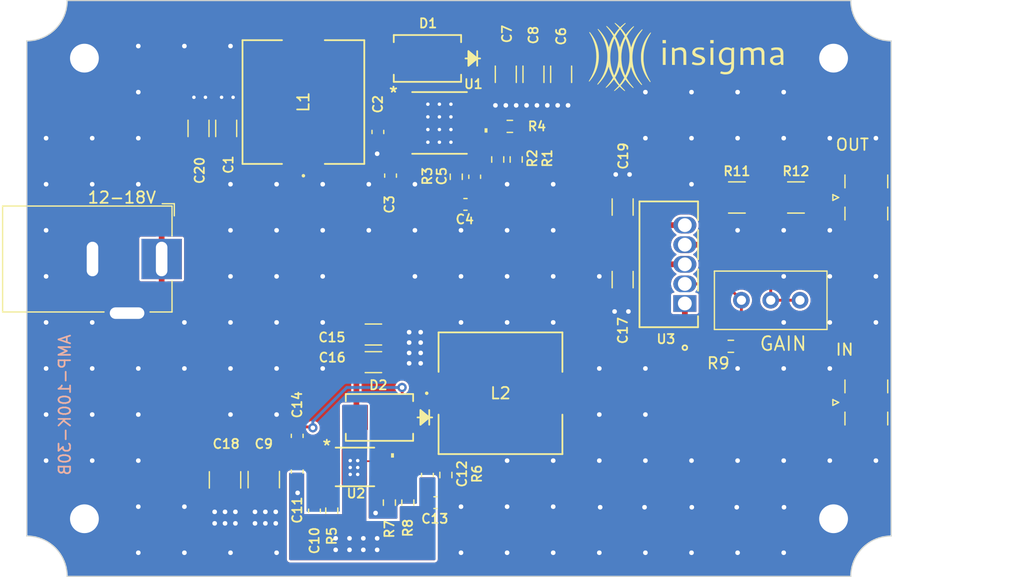
<source format=kicad_pcb>
(kicad_pcb (version 20240108) (generator "pcbnew") (generator_version "8.0")
  (layers (0 "F.Cu" signal) (31 "B.Cu" signal) (34 "B.Paste" user) (35 "F.Paste" user) (36 "B.SilkS" user "B.Silkscreen") (37 "F.SilkS" user "F.Silkscreen") (38 "B.Mask" user) (39 "F.Mask" user) (44 "Edge.Cuts" user))
  (net 0 "")
  (net 1 "VCC")
  (net 2 "GND")
  (net 3 "+30V")
  (net 4 "-30V")
  (net 5 "/FB+")
  (net 6 "/SW")
  (net 7 "/FB-")
  (net 10 "/COMP+")
  (net 11 "/COMP-")
  (net 12 "Net-(U2-BOOT)")
  (net 13 "/PH")
  (net 14 "Net-(U2-SS{slash}TR)")
  (net 15 "Net-(U2-RT{slash}CLK)")
  (net 16 "/VIN")
  (net 17 "/Vfb")
  (net 18 "/Vo")
  (net 19 "Net-(U1-SS)")
  (net 20 "Net-(C4-Pad1)")
  (net 21 "Net-(U1-FREQ)")
  (net 23 "Net-(C13-Pad1)")
  (net 24 "/VOUT")
  (net 25 "Net-(R11-Pad2)")
  (footprint "Resistor_SMD:R_0603_1608Metric" (layer "F.Cu") (at 57.4625 28.8 -90)
    (property "Reference" "R1")
    (property "Value" "232k")
  )
  (footprint "TPS54260:DGQ10_1P88X1P57" (layer "F.Cu") (at 43.473601 55.5)
    (property "Reference" "U2")
    (property "Value" "TPS54260DGQ")
  )
  (footprint "Capacitor_SMD:C_1206_3216Metric" (layer "F.Cu") (at 58.9625 21.4 -90)
    (property "Reference" "C8")
    (property "Value" "10u")
  )
  (footprint "Capacitor_SMD:C_1206_3216Metric" (layer "F.Cu") (at 61.3625 21.4 -90)
    (property "Reference" "C6")
    (property "Value" "10u")
  )
  (footprint "OPA544T:KC5" (layer "F.Cu") (at 72.097 41.3072 90)
    (property "Reference" "U3")
    (property "Value" "OPA544T")
  )
  (footprint "Resistor_SMD:R_0603_1608Metric" (layer "F.Cu") (at 56.9125 25.925 180)
    (property "Reference" "R4")
    (property "Value" "59k")
  )
  (footprint "SSB44:DIODE_DO214AA_MBRS_VIS" (layer "F.Cu") (at 45.6 51.200001 180)
    (property "Reference" "D2")
    (property "Value" "SS26-E3/52T")
  )
  (footprint "Resistor_SMD:R_1210_3225Metric" (layer "F.Cu") (at 76.6125 32.1)
    (property "Reference" "R11")
    (property "Value" "RC1210JR-074R7L")
  )
  (footprint "Capacitor_SMD:C_1206_3216Metric" (layer "F.Cu") (at 56.5625 21.4 -90)
    (property "Reference" "C7")
    (property "Value" "10u")
  )
  (footprint "Capacitor_SMD:C_0603_1608Metric" (layer "F.Cu") (at 49.7625 56.2 -90)
    (property "Reference" "C12")
    (property "Value" "2n2")
  )
  (footprint "MountingHole:MountingHole_2.5mm_Pad" (layer "F.Cu") (at 20 20)
    (property "Reference" "H1" (hide yes))
    (property "Value" "MountingHole_Pad")
  )
  (footprint "Resistor_SMD:R_0603_1608Metric" (layer "F.Cu") (at 76.0875 45.0225)
    (property "Reference" "R9")
    (property "Value" "10k")
  )
  (footprint "Capacitor_SMD:C_0603_1608Metric" (layer "F.Cu") (at 39.9625 59.3 -90)
    (property "Reference" "C10")
    (property "Value" "150n")
  )
  (footprint "Capacitor_SMD:C_1206_3216Metric" (layer "F.Cu") (at 29.9 26.1 90)
    (property "Reference" "C20")
    (property "Value" "10u")
  )
  (footprint "insigma:insigma_logo_30mm" (layer "F.Cu") (at 72.4 19.9)
    (property "Reference" "G***" (hide yes))
    (property "Value" "LOGO" (hide yes))
  )
  (footprint "Connector_BarrelJack:BarrelJack_Horizontal" (layer "F.Cu") (at 26.7 37.4425)
    (property "Reference" "J1" (hide yes))
    (property "Value" "XDJK-0051-025")
  )
  (footprint "Resistor_SMD:R_0603_1608Metric" (layer "F.Cu") (at 48.0625 58.6 90)
    (property "Reference" "R8")
    (property "Value" "10k")
  )
  (footprint "TPS55340:PWP14" (layer "F.Cu") (at 50.8125 25.625)
    (property "Reference" "U1")
    (property "Value" "TPS55340PWP")
  )
  (footprint "Capacitor_SMD:C_0603_1608Metric" (layer "F.Cu") (at 53.8625 30.3 -90)
    (property "Reference" "C5")
    (property "Value" "1n")
  )
  (footprint "Capacitor_SMD:C_1206_3216Metric" (layer "F.Cu") (at 45.075 46.4 180)
    (property "Reference" "C16")
    (property "Value" "10u")
  )
  (footprint "Capacitor_SMD:C_1210_3225Metric" (layer "F.Cu") (at 32.2 56.625 -90)
    (property "Reference" "C18")
    (property "Value" "22u")
  )
  (footprint "Resistor_SMD:R_0603_1608Metric" (layer "F.Cu") (at 55.8625 28.8 90)
    (property "Reference" "R2")
    (property "Value" "10k")
  )
  (footprint "Capacitor_SMD:C_0603_1608Metric" (layer "F.Cu") (at 38.4625 52.8 90)
    (property "Reference" "C14")
    (property "Value" "100n")
  )
  (footprint "SSB44:DIODE_DO214AA_MBRS_VIS" (layer "F.Cu") (at 49.7625 20.025 180)
    (property "Reference" "D1")
    (property "Value" "SS26-E3/52T")
  )
  (footprint "Resistor_SMD:R_0603_1608Metric" (layer "F.Cu") (at 46.4625 58.6 -90)
    (property "Reference" "R7")
    (property "Value" "365k")
  )
  (footprint "Capacitor_SMD:C_1206_3216Metric" (layer "F.Cu") (at 45.075 44 180)
    (property "Reference" "C15")
    (property "Value" "10u")
  )
  (footprint "Capacitor_SMD:C_1210_3225Metric" (layer "F.Cu") (at 35.5625 56.6 -90)
    (property "Reference" "C9")
    (property "Value" "22u")
  )
  (footprint "744771:IND_1050P-WE-PD_WRE" (layer "F.Cu") (at 56.1 49.1)
    (property "Reference" "L2")
    (property "Value" "68u")
  )
  (footprint "Capacitor_SMD:C_0603_1608Metric" (layer "F.Cu") (at 53.0625 32.7)
    (property "Reference" "C4")
    (property "Value" "680n")
  )
  (footprint "744771:IND_1050P-WE-PD_WRE" (layer "F.Cu") (at 39 23.81105 90)
    (property "Reference" "L1")
    (property "Value" "68u")
  )
  (footprint "Capacitor_SMD:C_1206_3216Metric" (layer "F.Cu") (at 66.7 39.2307 90)
    (property "Reference" "C17")
    (property "Value" "100n")
  )
  (footprint "MountingHole:MountingHole_2.5mm_Pad" (layer "F.Cu") (at 85 20)
    (property "Reference" "H2" (hide yes))
    (property "Value" "MountingHole_Pad")
  )
  (footprint "Potentiometer_THT:Potentiometer_Bourns_3296W_Vertical" (layer "F.Cu") (at 82.0875 41.0225)
    (property "Reference" "RV1" (hide yes))
    (property "Value" "3296W-1-503")
  )
  (footprint "Resistor_SMD:R_0603_1608Metric" (layer "F.Cu") (at 52.2625 30.3 90)
    (property "Reference" "R3")
    (property "Value" "400")
  )
  (footprint "Capacitor_SMD:C_0603_1608Metric" (layer "F.Cu") (at 50.4625 58.6 180)
    (property "Reference" "C13")
    (property "Value" "150n")
  )
  (footprint "Connector_Coaxial:SMA_Samtec_SMA-J-P-X-ST-EM1_EdgeMount" (layer "F.Cu") (at 87.7 32.1 90)
    (property "Reference" "J3" (hide yes))
    (property "Value" "SMA")
  )
  (footprint "Capacitor_SMD:C_0603_1608Metric" (layer "F.Cu") (at 46.5625 30.2 -90)
    (property "Reference" "C3")
    (property "Value" "47n")
  )
  (footprint "Connector_Coaxial:SMA_Samtec_SMA-J-P-X-ST-EM1_EdgeMount" (layer "F.Cu") (at 87.7 49.9 90)
    (property "Reference" "J2" (hide yes))
    (property "Value" "SMA")
  )
  (footprint "Resistor_SMD:R_1210_3225Metric" (layer "F.Cu") (at 81.7375 32.1)
    (property "Reference" "R12")
    (property "Value" "RC1210JR-074R7L")
  )
  (footprint "Capacitor_SMD:C_0603_1608Metric" (layer "F.Cu") (at 45.4625 26.41 -90)
    (property "Reference" "C2")
    (property "Value" "100n")
  )
  (footprint "MountingHole:MountingHole_2.5mm_Pad" (layer "F.Cu") (at 85 60)
    (property "Reference" "H4" (hide yes))
    (property "Value" "MountingHole_Pad")
  )
  (footprint "Capacitor_SMD:C_1206_3216Metric" (layer "F.Cu") (at 66.7 32.9307 90)
    (property "Reference" "C19")
    (property "Value" "100n")
  )
  (footprint "Resistor_SMD:R_0603_1608Metric" (layer "F.Cu") (at 51.3625 56.2 90)
    (property "Reference" "R6")
    (property "Value" "8k2")
  )
  (footprint "Capacitor_SMD:C_0603_1608Metric" (layer "F.Cu") (at 38.4625 55.9 -90)
    (property "Reference" "C11")
    (property "Value" "1u")
  )
  (footprint "Resistor_SMD:R_0603_1608Metric" (layer "F.Cu") (at 41.4625 59.3 90)
    (property "Reference" "R5")
    (property "Value" "143k")
  )
  (footprint "MountingHole:MountingHole_2.5mm_Pad" (layer "F.Cu") (at 20 60)
    (property "Reference" "H3" (hide yes))
    (property "Value" "MountingHole_Pad")
  )
  (footprint "Capacitor_SMD:C_1206_3216Metric" (layer "F.Cu") (at 32.3 26.1 90)
    (property "Reference" "C1")
    (property "Value" "10u")
  )
  (gr_arc (start 90 18.5) (mid 87.525126 17.474874) (end 86.5 15) (stroke (width 0.1)) (layer "Edge.Cuts"))
  (gr_line (start 18.5 65) (end 86.5 65) (stroke (width 0.1)) (layer "Edge.Cuts"))
  (gr_arc (start 15 61.5) (mid 17.474874 62.525126) (end 18.5 65) (stroke (width 0.1)) (layer "Edge.Cuts"))
  (gr_line (start 15 18.5) (end 15 61.5) (stroke (width 0.1)) (layer "Edge.Cuts"))
  (gr_line (start 86.5 15) (end 18.5 15) (stroke (width 0.1)) (layer "Edge.Cuts"))
  (gr_line (start 90 61.5) (end 90 18.5) (stroke (width 0.1)) (layer "Edge.Cuts"))
  (gr_arc (start 86.5 65) (mid 87.525126 62.525126) (end 90 61.5) (stroke (width 0.1)) (layer "Edge.Cuts"))
  (gr_arc (start 18.5 15) (mid 17.474874 17.474874) (end 15 18.5) (stroke (width 0.1)) (layer "Edge.Cuts"))
  (gr_text "AMP-100K-30B" (at 18.3 43.9 90) (layer "B.SilkS") (effects (font (size 1 1)) (justify left mirror)))
  (gr_text "IN" (at 85.1 45.9 0) (layer "F.SilkS") (effects (font (size 1 1)) (justify left bottom)))
  (gr_text "GAIN" (at 78.5 45.5 0) (layer "F.SilkS") (effects (font (size 1.2 1.2)) (justify left bottom)))
  (gr_text "12-18V" (at 20.2 32.6925 0) (layer "F.SilkS") (effects (font (size 1 1)) (justify left bottom)))
  (gr_text "OUT" (at 85.1 28.1 0) (layer "F.SilkS") (effects (font (size 1 1)) (justify left bottom)))
  (segment (start 32.225 55.125) (end 32.2 55.15) (width 0.5) (layer "F.Cu") (net 1))
  (segment (start 38.4375 55) (end 35.2875 55) (width 0.5) (layer "F.Cu") (net 1))
  (segment (start 29.9 27.575) (end 32.3 27.575) (width 0.5) (layer "F.Cu") (net 1))
  (segment (start 38.91585 27.575) (end 39 27.65915) (width 0.5) (layer "F.Cu") (net 1))
  (segment (start 30.077082 55.15) (end 26.7 51.772918) (width 0.5) (layer "F.Cu") (net 1))
  (segment (start 26.7 51.772918) (end 26.7 37.4425) (width 0.5) (layer "F.Cu") (net 1))
  (segment (start 35.5625 55.125) (end 32.225 55.125) (width 0.5) (layer "F.Cu") (net 1))
  (segment (start 26.7 29.3) (end 28.425 27.575) (width 0.5) (layer "F.Cu") (net 1))
  (segment (start 26.7 37.4425) (end 26.7 29.3) (width 0.5) (layer "F.Cu") (net 1))
  (segment (start 47.7665 25.5) (end 45.5975 25.5) (width 0.5) (layer "F.Cu") (net 1))
  (segment (start 32.3 27.575) (end 38.91585 27.575) (width 0.5) (layer "F.Cu") (net 1))
  (segment (start 28.425 27.575) (end 29.9 27.575) (width 0.5) (layer "F.Cu") (net 1))
  (segment (start 47.8915 25.025) (end 47.8915 24.975) (width 0.25) (layer "F.Cu") (net 1))
  (segment (start 38.6875 55) (end 38.9625 55) (width 0.5) (layer "F.Cu") (net 1))
  (segment (start 38.9625 55) (end 39.9625 55) (width 0.5) (layer "F.Cu") (net 1))
  (segment (start 39.9625 55) (end 39.962501 55.000001) (width 0.15) (layer "F.Cu") (net 1))
  (segment (start 41.44085 27.65915) (end 43.465 25.635) (width 0.5) (layer "F.Cu") (net 1))
  (segment (start 39.962501 55.000001) (end 41.298602 55.000001) (width 0.25) (layer "F.Cu") (net 1))
  (segment (start 35.2875 55) (end 35.0625 55.225) (width 0.5) (layer "F.Cu") (net 1))
  (segment (start 45.5975 25.5) (end 45.4625 25.635) (width 0.5) (layer "F.Cu") (net 1))
  (segment (start 38.5625 55.125) (end 38.4375 55) (width 0.5) (layer "F.Cu") (net 1))
  (segment (start 38.5625 55.125) (end 38.6875 55) (width 0.5) (layer "F.Cu") (net 1))
  (segment (start 32.2 55.15) (end 30.077082 55.15) (width 0.5) (layer "F.Cu") (net 1))
  (segment (start 43.465 25.635) (end 45.4625 25.635) (width 0.5) (layer "F.Cu") (net 1))
  (segment (start 47.8915 25.625) (end 47.8915 24.974989) (width 0.4) (layer "F.Cu") (net 1))
  (segment (start 39 27.65915) (end 41.44085 27.65915) (width 0.5) (layer "F.Cu") (net 1))
  (segment (start 50.8125 25.625) (end 51.5625 24.875) (width 0.15) (layer "F.Cu") (net 2))
  (segment (start 50.8125 25.625) (end 50.8125 25.33391) (width 0.15) (layer "F.Cu") (net 2))
  (segment (start 50.8125 25.33391) (end 50.0625 24.58391) (width 0.15) (layer "F.Cu") (net 2))
  (segment (start 50.8125 25.625) (end 51.462511 24.974989) (width 0.15) (layer "F.Cu") (net 2))
  (segment (start 50.8125 25.625) (end 51.5625 26.375) (width 0.15) (layer "F.Cu") (net 2))
  (via (at 24.675 62.95) (size 0.8) (drill 0.4) (layers "F.Cu" "B.Cu") (net 2))
  (via (at 34.8 59.4) (size 0.8) (drill 0.4) (layers "F.Cu" "B.Cu") (net 2))
  (via (at 60.675 58.95) (size 0.8) (drill 0.4) (layers "F.Cu" "B.Cu") (net 2))
  (via (at 51.8 25.1) (size 0.6) (drill 0.3) (layers "F.Cu" "B.Cu") (net 2))
  (via (at 16.675 34.95) (size 0.8) (drill 0.4) (layers "F.Cu" "B.Cu") (net 2))
  (via (at 36.6 59.4) (size 0.8) (drill 0.4) (layers "F.Cu" "B.Cu") (net 2))
  (via (at 84.675 38.95) (size 0.8) (drill 0.4) (layers "F.Cu" "B.Cu") (net 2))
  (via (at 68.675 62.95) (size 0.8) (drill 0.4) (layers "F.Cu" "B.Cu") (net 2))
  (via (at 40.675 38.95) (size 0.8) (drill 0.4) (layers "F.Cu" "B.Cu") (net 2))
  (via (at 60.675 42.95) (size 0.8) (drill 0.4) (layers "F.Cu" "B.Cu") (net 2))
  (via (at 80.675 54.95) (size 0.8) (drill 0.4) (layers "F.Cu" "B.Cu") (net 2))
  (via (at 80.675 42.95) (size 0.8) (drill 0.4) (layers "F.Cu" "B.Cu") (net 2))
  (via (at 20.675 46.95) (size 0.8) (drill 0.4) (layers "F.Cu" "B.Cu") (net 2))
  (via (at 72.675 22.95) (size 0.8) (drill 0.4) (layers "F.Cu" "B.Cu") (net 2))
  (via (at 16.675 26.95) (size 0.8) (drill 0.4) (layers "F.Cu" "B.Cu") (net 2))
  (via (at 68.675 26.95) (size 0.8) (drill 0.4) (layers "F.Cu" "B.Cu") (net 2))
  (via (at 40.675 42.95) (size 0.8) (drill 0.4) (layers "F.Cu" "B.Cu") (net 2))
  (via (at 68.675 46.95) (size 0.8) (drill 0.4) (layers "F.Cu" "B.Cu") (net 2))
  (via (at 76.675 26.95) (size 0.8) (drill 0.4) (layers "F.Cu" "B.Cu") (net 2))
  (via (at 24.675 58.95) (size 0.8) (drill 0.4) (layers "F.Cu" "B.Cu") (net 2))
  (via (at 16.675 54.95) (size 0.8) (drill 0.4) (layers "F.Cu" "B.Cu") (net 2))
  (via (at 72.675 30.95) (size 0.8) (drill 0.4) (layers "F.Cu" "B.Cu") (net 2))
  (via (at 24.675 22.95) (size 0.8) (drill 0.4) (layers "F.Cu" "B.Cu") (net 2))
  (via (at 32.2 59.4) (size 0.8) (drill 0.4) (layers "F.Cu" "B.Cu") (net 2))
  (via (at 16.675 46.95) (size 0.8) (drill 0.4) (layers "F.Cu" "B.Cu") (net 2))
  (via (at 32.675 30.95) (size 0.8) (drill 0.4) (layers "F.Cu" "B.Cu") (net 2))
  (via (at 80.675 34.95) (size 0.8) (drill 0.4) (layers "F.Cu" "B.Cu") (net 2))
  (via (at 64.675 50.95) (size 0.8) (drill 0.4) (layers "F.Cu" "B.Cu") (net 2))
  (via (at 48.675 34.95) (size 0.8) (drill 0.4) (layers "F.Cu" "B.Cu") (net 2))
  (via (at 49.175 44.7) (size 0.8) (drill 0.4) (layers "F.Cu" "B.Cu") (net 2))
  (via (at 33.1 60.4) (size 0.8) (drill 0.4) (layers "F.Cu" "B.Cu") (net 2))
  (via (at 48.675 38.95) (size 0.8) (drill 0.4) (layers "F.Cu" "B.Cu") (net 2))
  (via (at 76.675 46.95) (size 0.8) (drill 0.4) (layers "F.Cu" "B.Cu") (net 2))
  (via (at 36.675 62.95) (size 0.8) (drill 0.4) (layers "F.Cu" "B.Cu") (net 2))
  (via (at 80.675 62.95) (size 0.8) (drill 0.4) (layers "F.Cu" "B.Cu") (net 2))
  (via (at 50.8 27.3) (size 0.6) (drill 0.3) (layers "F.Cu" "B.Cu") (net 2))
  (via (at 28.675 18.95) (size 0.8) (drill 0.4) (layers "F.Cu" "B.Cu") (net 2))
  (via (at 56.675 34.95) (size 0.8) (drill 0.4) (layers "F.Cu" "B.Cu") (net 2))
  (via (at 60.1625 24.1) (size 0.8) (drill 0.4) (layers "F.Cu" "B.Cu") (net 2))
  (via (at 48.175 46.5) (size 0.8) (drill 0.4) (layers "F.Cu" "B.Cu") (net 2))
  (via (at 24.675 54.95) (size 0.8) (drill 0.4) (layers "F.Cu" "B.Cu") (net 2))
  (via (at 56.675 54.95) (size 0.8) (drill 0.4) (layers "F.Cu" "B.Cu") (net 2))
  (via (at 36.675 50.95) (size 0.8) (drill 0.4) (layers "F.Cu" "B.Cu") (net 2))
  (via (at 32.675 62.95) (size 0.8) (drill 0.4) (layers "F.Cu" "B.Cu") (net 2))
  (via (at 60.675 62.95) (size 0.8) (drill 0.4) (layers "F.Cu" "B.Cu") (net 2))
  (via (at 48.175 45.6) (size 0.8) (drill 0.4) (layers "F.Cu" "B.Cu") (net 2))
  (via (at 28.675 58.95) (size 0.8) (drill 0.4) (layers "F.Cu" "B.Cu") (net 2))
  (via (at 56.675 38.95) (size 0.8) (drill 0.4) (layers "F.Cu" "B.Cu") (net 2))
  (via (at 36.675 30.95) (size 0.8) (drill 0.4) (layers "F.Cu" "B.Cu") (net 2))
  (via (at 28.675 62.95) (size 0.8) (drill 0.4) (layers "F.Cu" "B.Cu") (net 2))
  (via (at 34.8 60.4) (size 0.8) (drill 0.4) (layers "F.Cu" "B.Cu") (net 2))
  (via (at 68.675 22.95) (size 0.8) (drill 0.4) (layers "F.Cu" "B.Cu") (net 2))
  (via (at 28.675 46.95) (size 0.8) (drill 0.4) (layers "F.Cu" "B.Cu") (net 2))
  (via (at 50.8 26.2) (size 0.6) (drill 0.3) (layers "F.Cu" "B.Cu") (net 2))
  (via (at 50.8 24) (size 0.6) (drill 0.3) (layers "F.Cu" "B.Cu") (net 2))
  (via (at 32.675 50.95) (size 0.8) (drill 0.4) (layers "F.Cu" "B.Cu") (net 2))
  (via (at 51.8 26.2) (size 0.6) (drill 0.3) (layers "F.Cu" "B.Cu") (net 2))
  (via (at 48.175 43.8) (size 0.8) (drill 0.4) (layers "F.Cu" "B.Cu") (net 2))
  (via (at 51.8 27.3) (size 0.6) (drill 0.3) (layers "F.Cu" "B.Cu") (net 2))
  (via (at 32.675 34.95) (size 0.8) (drill 0.4) (layers "F.Cu" "B.Cu") (net 2))
  (via (at 64.675 46.95) (size 0.8) (drill 0.4) (layers "F.Cu" "B.Cu") (net 2))
  (via (at 52.675 34.95) (size 0.8) (drill 0.4) (layers "F.Cu" "B.Cu") (net 2))
  (via (at 88.675 38.95) (size 0.8) (drill 0.4) (layers "F.Cu" "B.Cu") (net 2))
  (via (at 24.675 50.95) (size 0.8) (drill 0.4) (layers "F.Cu" "B.Cu") (net 2))
  (via (at 56.675 42.95) (size 0.8) (drill 0.4) (layers "F.Cu" "B.Cu") (net 2))
  (via (at 60.675 34.95) (size 0.8) (drill 0.4) (layers "F.Cu" "B.Cu") (net 2))
  (via (at 44.675 34.95) (size 0.8) (drill 0.4) (layers "F.Cu" "B.Cu") (net 2))
  (via (at 32.9 23.4) (size 0.6) (drill 0.3) (layers "F.Cu" "B.Cu") (net 2))
  (via (at 72.675 54.95) (size 0.8) (drill 0.4) (layers "F.Cu" "B.Cu") (net 2))
  (via (at 28.675 42.95) (size 0.8) (drill 0.4) (layers "F.Cu" "B.Cu") (net 2))
  (via (at 76.675 34.95) (size 0.8) (drill 0.4) (layers "F.Cu" "B.Cu") (net 2))
  (via (at 30.5 23.4) (size 0.6) (drill 0.3) (layers "F.Cu" "B.Cu") (net 2))
  (via (at 57.4625 24.1) (size 0.8) (drill 0.4) (layers "F.Cu" "B.Cu") (net 2))
  (via (at 60.675 30.95) (size 0.8) (drill 0.4) (layers "F.Cu" "B.Cu") (net 2))
  (via (at 44.675 30.95) (size 0.8) (drill 0.4) (layers "F.Cu" "B.Cu") (net 2))
  (via (at 20.675 30.95) (size 0.8) (drill 0.4) (layers "F.Cu" "B.Cu") (net 2))
  (via (at 49.8 27.3) (size 0.6) (drill 0.3) (layers "F.Cu" "B.Cu") (net 2))
  (via (at 40.675 34.95) (size 0.8) (drill 0.4) (layers "F.Cu" "B.Cu") (net 2))
  (via (at 52.675 62.95) (size 0.8) (drill 0.4) (layers "F.Cu" "B.Cu") (net 2))
  (via (at 84.675 54.95) (size 0.8) (drill 0.4) (layers "F.Cu" "B.Cu") (net 2))
  (via (at 49.175 45.6) (size 0.8) (drill 0.4) (layers "F.Cu" "B.Cu") (net 2))
  (via (at 56.675 30.95) (size 0.8) (drill 0.4) (layers "F.Cu" "B.Cu") (net 2))
  (via (at 59.2625 24.1) (size 0.8) (drill 0.4) (layers "F.Cu" "B.Cu") (net 2))
  (via (at 56.5625 24.1) (size 0.8) (drill 0.4) (layers "F.Cu" "B.Cu") (net 2))
  (via (at 72.675 62.95) (size 0.8) (drill 0.4) (layers "F.Cu" "B.Cu") (net 2))
  (via (at 49.175 43.8) (size 0.8) (drill 0.4) (layers "F.Cu" "B.Cu") (net 2))
  (via (at 66 42) (size 0.8) (drill 0.4) (layers "F.Cu" "B.Cu") (net 2))
  (via (at 32.2 60.4) (size 0.8) (drill 0.4) (layers "F.Cu" "B.Cu") (net 2))
  (via (at 68.675 50.95) (size 0.8) (drill 0.4) (layers "F.Cu" "B.Cu") (net 2))
  (via (at 20.675 50.95) (size 0.8) (drill 0.4) (layers "F.Cu" "B.Cu") (net 2))
  (via (at 64.75 59) (size 0.8) (drill 0.4) (layers "F.Cu" "B.Cu") (net 2))
  (via (at 20.675 26.95) (size 0.8) (drill 0.4) (layers "F.Cu" "B.Cu") (net 2))
  (via (at 45.4 28.3) (size 0.8) (drill 0.4) (layers "F.Cu" "B.Cu") (net 2))
  (via (at 36.675 34.95) (size 0.8) (drill 0.4) (layers "F.Cu" "B.Cu") (net 2))
  (via (at 76.6 59) (size 0.8) (drill 0.4) (layers "F.Cu" "B.Cu") (net 2))
  (via (at 29.5 23.4) (size 0.6) (drill 0.3) (layers "F.Cu" "B.Cu") (net 2))
  (via (at 40.675 46.95) (size 0.8) (drill 0.4) (layers "F.Cu" "B.Cu") (net 2))
  (via (at 16.675 30.95) (size 0.8) (drill 0.4) (layers "F.Cu" "B.Cu") (net 2))
  (via (at 20.675 42.95) (size 0.8) (drill 0.4) (layers "F.Cu" "B.Cu") (net 2))
  (via (at 48.175 44.7) (size 0.8) (drill 0.4) (layers "F.Cu" "B.Cu") (net 2))
  (via (at 31.3 59.4) (size 0.8) (drill 0.4) (layers "F.Cu" "B.Cu") (net 2))
  (via (at 16.675 50.95) (size 0.8) (drill 0.4) (layers "F.Cu" "B.Cu") (net 2))
  (via (at 55.6625 24.1) (size 0.8) (drill 0.4) (layers "F.Cu" "B.Cu") (net 2))
  (via (at 80.675 46.95) (size 0.8) (drill 0.4) (layers "F.Cu" "B.Cu") (net 2))
  (via (at 66.1 30.1) (size 0.8) (drill 0.4) (layers "F.Cu" "B.Cu") (net 2))
  (via (at 16.675 42.95) (size 0.8) (drill 0.4) (layers "F.Cu" "B.Cu") (net 2))
  (via (at 16.675 38.95) (size 0.8) (drill 0.4) (layers "F.Cu" "B.Cu") (net 2))
  (via (at 32.675 42.95) (size 0.8) (drill 0.4) (layers "F.Cu" "B.Cu") (net 2))
  (via (at 84.675 26.95) (size 0.8) (drill 0.4) (layers "F.Cu" "B.Cu") (net 2))
  (via (at 56.675 58.95) (size 0.8) (drill 0.4) (layers "F.Cu" "B.Cu") (net 2))
  (via (at 80.7 59) (size 0.8) (drill 0.4) (layers "F.Cu" "B.Cu") (net 2))
  (via (at 32.675 38.95) (size 0.8) (drill 0.4) (layers "F.Cu" "B.Cu") (net 2))
  (via (at 80.675 22.95) (size 0.8) (drill 0.4) (layers "F.Cu" "B.Cu") (net 2))
  (via (at 80.675 26.95) (size 0.8) (drill 0.4) (layers "F.Cu" "B.Cu") (net 2))
  (via (at 64.675 54.95) (size 0.8) (drill 0.4) (layers "F.Cu" "B.Cu") (net 2))
  (via (at 64.675 38.95) (size 0.8) (drill 0.4) (layers "F.Cu" "B.Cu") (net 2))
  (via (at 61.9625 24.1) (size 0.8) (drill 0.4) (layers "F.Cu" "B.Cu") (net 2))
  (via (at 84.675 42.95) (size 0.8) (drill 0.4) (layers "F.Cu" "B.Cu") (net 2))
  (via (at 36.675 38.95) (size 0.8) (drill 0.4) (layers "F.Cu" "B.Cu") (net 2))
  (via (at 76.675 22.95) (size 0.8) (drill 0.4) (layers "F.Cu" "B.Cu") (net 2))
  (via (at 48.675 30.95) (size 0.8) (drill 0.4) (layers "F.Cu" "B.Cu") (net 2))
  (via (at 52.675 58.95) (size 0.8) (drill 0.4) (layers "F.Cu" "B.Cu") (net 2))
  (via (at 68.6 59) (size 0.8) (drill 0.4) (layers "F.Cu" "B.Cu") (net 2))
  (via (at 35.7 60.4) (size 0.8) (drill 0.4) (layers "F.Cu" "B.Cu") (net 2))
  (via (at 40.675 30.95) (size 0.8) (drill 0.4) (layers "F.Cu" "B.Cu") (net 2))
  (via (at 64.675 62.95) (size 0.8) (drill 0.4) (layers "F.Cu" "B.Cu") (net 2))
  (via (at 36.6 60.4) (size 0.8) (drill 0.4) (layers "F.Cu" "B.Cu") (net 2))
  (via (at 72.675 26.95) (size 0.8) (drill 0.4) (layers "F.Cu" "B.Cu") (net 2))
  (via (at 24.675 30.95) (size 0.8) (drill 0.4) (layers "F.Cu" "B.Cu") (net 2))
  (via (at 52.675 38.95) (size 0.8) (drill 0.4) (layers "F.Cu" "B.Cu") (net 2))
  (via (at 67.2 42) (size 0.8) (drill 0.4) (layers "F.Cu" "B.Cu") (net 2))
  (via (at 24.675 46.95) (size 0.8) (drill 0.4) (layers "F.Cu" "B.Cu") (net 2))
  (via (at 60.675 54.95) (size 0.8) (drill 0.4) (layers "F.Cu" "B.Cu") (net 2))
  (via (at 45.2625 59.5) (size 0.8) (drill 0.4) (layers "F.Cu" "B.Cu") (net 2))
  (via (at 88.675 26.95) (size 0.8) (drill 0.4) (layers "F.Cu" "B.Cu") (net 2))
  (via (at 31.3 60.4) (size 0.8) (drill 0.4) (layers "F.Cu" "B.Cu") (net 2))
  (via (at 35.7 59.4) (size 0.8) (drill 0.4) (layers "F.Cu" "B.Cu") (net 2))
  (via (at 76.675 62.95) (size 0.8) (drill 0.4) (layers "F.Cu" "B.Cu") (net 2))
  (via (at 49.8 24) (size 0.6) (drill 0.3) (layers "F.Cu" "B.Cu") (net 2))
  (via (at 24.675 26.95) (size 0.8) (drill 0.4) (layers "F.Cu" "B.Cu") (net 2))
  (via (at 56.675 62.95) (size 0.8) (drill 0.4) (layers "F.Cu" "B.Cu") (net 2))
  (via (at 20.675 54.95) (size 0.8) (drill 0.4) (layers "F.Cu" "B.Cu") (net 2))
  (via (at 36.675 42.95) (size 0.8) (drill 0.4) (layers "F.Cu" "B.Cu") (net 2))
  (via (at 72.7 59) (size 0.8) (drill 0.4) (layers "F.Cu" "B.Cu") (net 2))
  (via (at 67.3 30.1) (size 0.8) (drill 0.4) (layers "F.Cu" "B.Cu") (net 2))
  (via (at 50.8 25.1) (size 0.6) (drill 0.3) (layers "F.Cu" "B.Cu") (net 2))
  (via (at 88.675 42.95) (size 0.8) (drill 0.4) (layers "F.Cu" "B.Cu") (net 2))
  (via (at 76.675 54.95) (size 0.8) (drill 0.4) (layers "F.Cu" "B.Cu") (net 2))
  (via (at 33.1 59.4) (size 0.8) (drill 0.4) (layers "F.Cu" "B.Cu") (net 2))
  (via (at 49.175 46.5) (size 0.8) (drill 0.4) (layers "F.Cu" "B.Cu") (net 2))
  (via (at 58.3625 24.1) (size 0.8) (drill 0.4) (layers "F.Cu" "B.Cu") (net 2))
  (via (at 51.8 24) (size 0.6) (drill 0.3) (layers "F.Cu" "B.Cu") (net 2))
  (via (at 84.675 46.95) (size 0.8) (drill 0.4) (layers "F.Cu" "B.Cu") (net 2))
  (via (at 36.675 46.95) (size 0.8) (drill 0.4) (layers "F.Cu" "B.Cu") (net 2))
  (via (at 61.0625 24.1) (size 0.8) (drill 0.4) (layers "F.Cu" "B.Cu") (net 2))
  (via (at 49.8 26.2) (size 0.6) (drill 0.3) (layers "F.Cu" "B.Cu") (net 2))
  (via (at 60.675 38.95) (size 0.8) (drill 0.4) (layers "F.Cu" "B.Cu") (net 2))
  (via (at 68.675 54.95) (size 0.8) (drill 0.4) (layers "F.Cu" "B.Cu") (net 2))
  (via (at 24.675 18.95) (size 0.8) (drill 0.4) (layers "F.Cu" "B.Cu") (net 2))
  (via (at 32.675 18.95) (size 0.8) (drill 0.4) (layers "F.Cu" "B.Cu") (net 2))
  (via (at 84.675 34.95) (size 0.8) (drill 0.4) (layers "F.Cu" "B.Cu") (net 2))
  (via (at 80.675 38.95) (size 0.8) (drill 0.4) (layers "F.Cu" "B.Cu") (net 2))
  (via (at 49.8 25.1) (size 0.6) (drill 0.3) (layers "F.Cu" "B.Cu") (net 2))
  (via (at 88.675 54.95) (size 0.8) (drill 0.4) (layers "F.Cu" "B.Cu") (net 2))
  (via (at 31.9 23.4) (size 0.6) (drill 0.3) (layers "F.Cu" "B.Cu") (net 2))
  (via (at 32.675 46.95) (size 0.8) (drill 0.4) (layers "F.Cu" "B.Cu") (net 2))
  (via (at 52.675 42.95) (size 0.8) (drill 0.4) (layers "F.Cu" "B.Cu") (net 2))
  (segment (start 64.3 33.2) (end 65.5057 34.4057) (width 0.5) (layer "F.Cu") (net 3))
  (segment (start 59.0375 29.625) (end 63.0625 25.6) (width 0.15) (layer "F.Cu") (net 3))
  (segment (start 64.3 21.1) (end 64.3 33.2) (width 0.5) (layer "F.Cu") (net 3))
  (segment (start 57.8125 29.55) (end 57.7625 29.6) (width 0.15) (layer "F.Cu") (net 3))
  (segment (start 72.097 34.5) (end 66.9307 34.5) (width 0.5) (layer "F.Cu") (net 3))
  (segment (start 51.7338 20.025) (end 56.7875 20.025) (width 0.5) (layer "F.Cu") (net 3))
  (segment (start 65.5057 34.4057) (end 66.7 34.4057) (width 0.5) (layer "F.Cu") (net 3))
  (segment (start 63.15 19.95) (end 64.3 21.1) (width 0.5) (layer "F.Cu") (net 3))
  (segment (start 56.8125 20) (end 59.3625 20) (width 0.5) (layer "F.Cu") (net 3))
  (segment (start 57.4625 29.625) (end 59.0375 29.625) (width 0.15) (layer "F.Cu") (net 3))
  (segment (start 59.4125 19.95) (end 63.15 19.95) (width 0.5) (layer "F.Cu") (net 3))
  (segment (start 56.7875 20.025) (end 56.8125 20) (width 0.5) (layer "F.Cu") (net 3))
  (segment (start 59.3625 20) (end 59.4125 19.95) (width 0.5) (layer "F.Cu") (net 3))
  (segment (start 63.0625 25.6) (end 63.0625 19.95) (width 0.15) (layer "F.Cu") (net 3))
  (segment (start 43.423601 55.5) (end 43.423601 54.361101) (width 0.15) (layer "F.Cu") (net 4))
  (segment (start 72.097 37.9036) (end 66.8229 37.9036) (width 0.5) (layer "F.Cu") (net 4))
  (segment (start 43.925 38.96875) (end 45.13805 37.7557) (width 0.5) (layer "F.Cu") (net 4))
  (segment (start 43.925 44) (end 43.925 42.30625) (width 0.5) (layer "F.Cu") (net 4))
  (segment (start 43.6 50.125) (end 43.6 44) (width 0.5) (layer "F.Cu") (net 4))
  (segment (start 45.13805 37.7557) (end 66.7 37.7557) (width 0.5) (layer "F.Cu") (net 4))
  (segment (start 45.6486 55.000001) (end 43.9236 55.000001) (width 0.15) (layer "F.Cu") (net 4))
  (segment (start 49.7875 58.425) (end 49.9625 58.6) (width 0.15) (layer "F.Cu") (net 4))
  (segment (start 43.925 42.30625) (end 43.925 38.96875) (width 0.5) (layer "F.Cu") (net 4))
  (via (at 43 61.7) (size 0.8) (drill 0.4) (layers "F.Cu" "B.Cu") (net 4))
  (via (at 43.7125 54.95) (size 0.6) (drill 0.3) (layers "F.Cu" "B.Cu") (net 4))
  (via (at 43.0625 54.95) (size 0.6) (drill 0.3) (layers "F.Cu" "B.Cu") (net 4))
  (via (at 43.0625 56.15) (size 0.6) (drill 0.3) (layers "F.Cu" "B.Cu") (net 4))
  (via (at 43.7125 56.15) (size 0.6) (drill 0.3) (layers "F.Cu" "B.Cu") (net 4))
  (via (at 45.4 62.7) (size 0.8) (drill 0.4) (layers "F.Cu" "B.Cu") (net 4))
  (via (at 43 62.7) (size 0.8) (drill 0.4) (layers "F.Cu" "B.Cu") (net 4))
  (via (at 45.4 61.7) (size 0.8) (drill 0.4) (layers "F.Cu" "B.Cu") (net 4))
  (via (at 44.2 61.7) (size 0.8) (drill 0.4) (layers "F.Cu" "B.Cu") (net 4))
  (via (at 44.2 62.7) (size 0.8) (drill 0.4) (layers "F.Cu" "B.Cu") (net 4))
  (via (at 43.7125 55.55) (size 0.6) (drill 0.3) (layers "F.Cu" "B.Cu") (net 4))
  (via (at 38.5 57.75) (size 0.8) (drill 0.4) (layers "F.Cu" "B.Cu") (net 4))
  (via (at 43.0625 55.55) (size 0.6) (drill 0.3) (layers "F.Cu" "B.Cu") (net 4))
  (via (at 41.8 61.7) (size 0.8) (drill 0.4) (layers "F.Cu" "B.Cu") (net 4))
  (via (at 41.8 62.7) (size 0.8) (drill 0.4) (layers "F.Cu" "B.Cu") (net 4))
  (segment (start 55.9125 28) (end 54.837523 26.925023) (width 0.15) (layer "F.Cu") (net 5))
  (segment (start 55.9625 27.95) (end 55.9125 28) (width 0.25) (layer "F.Cu") (net 5))
  (segment (start 54.8375 26.925) (end 55.9125 28) (width 0.15) (layer "F.Cu") (net 5))
  (segment (start 57.7625 27.95) (end 55.9625 27.95) (width 0.25) (layer "F.Cu") (net 5))
  (segment (start 54.837523 26.925023) (end 53.7335 26.925023) (width 0.15) (layer "F.Cu") (net 5))
  (segment (start 47.7662 20) (end 47.7912 20.025) (width 0.5) (layer "F.Cu") (net 6))
  (segment (start 48.0625 57.775) (end 48.0625 57) (width 0.15) (layer "F.Cu") (net 7))
  (segment (start 46.4625 57.775) (end 48.0625 57.775) (width 0.25) (layer "F.Cu") (net 7))
  (segment (start 47.062499 55.999999) (end 45.6486 55.999999) (width 0.15) (layer "F.Cu") (net 7))
  (segment (start 48.0625 57) (end 47.062499 55.999999) (width 0.15) (layer "F.Cu") (net 7))
  (segment (start 53.8125 29.5) (end 53.8125 27.654034) (width 0.25) (layer "F.Cu") (net 10))
  (segment (start 53.8125 29.5) (end 52.1125 29.5) (width 0.25) (layer "F.Cu") (net 10))
  (segment (start 53.8125 27.654034) (end 53.7335 27.575034) (width 0.25) (layer "F.Cu") (net 10))
  (segment (start 45.6486 55.5) (end 49.6875 55.5) (width 0.25) (layer "F.Cu") (net 11))
  (segment (start 51.2875 55.45) (end 51.3625 55.375) (width 0.2) (layer "F.Cu") (net 11))
  (segment (start 49.6875 55.5) (end 49.7625 55.425) (width 0.2) (layer "F.Cu") (net 11))
  (segment (start 49.7375 55.5) (end 49.7875 55.45) (width 0.2) (layer "F.Cu") (net 11))
  (segment (start 51.3125 55.425) (end 51.3625 55.375) (width 0.2) (layer "F.Cu") (net 11))
  (segment (start 49.8625 55.375) (end 49.7875 55.45) (width 0.2) (layer "F.Cu") (net 11))
  (segment (start 49.7625 55.425) (end 51.3125 55.425) (width 0.25) (layer "F.Cu") (net 11))
  (segment (start 38.2625 53.575) (end 40.373603 53.575) (width 0.15) (layer "F.Cu") (net 12))
  (segment (start 40.373603 53.575) (end 41.298602 54.499999) (width 0.15) (layer "F.Cu") (net 12))
  (segment (start 39.7436 52.025) (end 38.5537 52.025) (width 0.25) (layer "F.Cu") (net 13))
  (segment (start 47.5713 48.6088) (end 47.5713 51.200001) (width 0.25) (layer "F.Cu") (net 13))
  (segment (start 45.6486 54.499999) (end 46.862499 54.499999) (width 0.25) (layer "F.Cu") (net 13))
  (segment (start 47.5625 48.6) (end 47.5713 48.6088) (width 0.25) (layer "F.Cu") (net 13))
  (segment (start 46.862499 54.499999) (end 46.8625 54.5) (width 0.25) (layer "F.Cu") (net 13))
  (segment (start 38.5537 52.025) (end 38.2375 52.3412) (width 0.25) (layer "F.Cu") (net 13))
  (segment (start 47.4625 54.5) (end 48.1029 53.8596) (width 0.5) (layer "F.Cu") (net 13))
  (segment (start 48.1029 53.8596) (end 48.1029 51.200001) (width 0.5) (layer "F.Cu") (net 13))
  (segment (start 39.8186 52.1) (end 39.7436 52.025) (width 0.25) (layer "F.Cu") (net 13))
  (segment (start 46.8625 54.5) (end 47.4625 54.5) (width 0.5) (layer "F.Cu") (net 13))
  (via (at 39.8186 52.1) (size 0.8) (drill 0.4) (layers "F.Cu" "B.Cu") (net 13))
  (via (at 47.5625 48.6) (size 0.8) (drill 0.4) (layers "F.Cu" "B.Cu") (net 13))
  (segment (start 42.7625 48.6) (end 47.5625 48.6) (width 0.25) (layer "B.Cu") (net 13))
  (segment (start 39.8186 51.5439) (end 42.7625 48.6) (width 0.25) (layer "B.Cu") (net 13))
  (segment (start 39.8186 52.1) (end 39.8186 51.5439) (width 0.25) (layer "B.Cu") (net 13))
  (segment (start 40.413605 55.999999) (end 41.298602 55.999999) (width 0.25) (layer "F.Cu") (net 14))
  (segment (start 40.1625 58.825) (end 39.9625 58.625) (width 0.15) (layer "F.Cu") (net 14))
  (segment (start 39.9625 56.451104) (end 40.413605 55.999999) (width 0.25) (layer "F.Cu") (net 14))
  (segment (start 39.9625 58.625) (end 39.9625 56.451104) (width 0.25) (layer "F.Cu") (net 14))
  (segment (start 41.298602 56.500001) (end 41.298602 58.611102) (width 0.25) (layer "F.Cu") (net 15))
  (segment (start 41.298602 58.611102) (end 41.4625 58.775) (width 0.15) (layer "F.Cu") (net 15))
  (segment (start 87.85 49.9) (end 73.85 49.9) (width 0.5) (layer "F.Cu") (net 16))
  (segment (start 73.85 49.9) (end 72.097 48.147) (width 0.5) (layer "F.Cu") (net 16))
  (segment (start 72.097 48.147) (end 72.097 41.3072) (width 0.5) (layer "F.Cu") (net 16))
  (segment (start 75.5904 39.6054) (end 72.097 39.6054) (width 0.25) (layer "F.Cu") (net 17))
  (segment (start 72.6259 39.5) (end 72.597 39.4711) (width 0.5) (layer "F.Cu") (net 17))
  (segment (start 77 45.0225) (end 77 40.4775) (width 0.25) (layer "F.Cu") (net 17))
  (segment (start 77.0075 41.0225) (end 75.5904 39.6054) (width 0.25) (layer "F.Cu") (net 17))
  (segment (start 75.15 35.0018) (end 75.15 32.1) (width 0.5) (layer "F.Cu") (net 18))
  (segment (start 79.5475 41.0225) (end 79.4225 41.0225) (width 0.25) (layer "F.Cu") (net 18))
  (segment (start 79.5475 37.8475) (end 79.5475 41.0225) (width 0.25) (layer "F.Cu") (net 18))
  (segment (start 72.097 36.2018) (end 72.1952 36.3) (width 0.25) (layer "F.Cu") (net 18))
  (segment (start 72.57795 36.2018) (end 73.95 36.2018) (width 0.5) (layer "F.Cu") (net 18))
  (segment (start 72.1952 36.3) (end 78 36.3) (width 0.25) (layer "F.Cu") (net 18))
  (segment (start 82.0875 41.0225) (end 79.5475 41.0225) (width 0.25) (layer "F.Cu") (net 18))
  (segment (start 78 36.3) (end 79.5475 37.8475) (width 0.25) (layer "F.Cu") (net 18))
  (segment (start 75.15 32.9) (end 75.15 32.1) (width 0.25) (layer "F.Cu") (net 18))
  (segment (start 73.95 36.2018) (end 75.15 35.0018) (width 0.5) (layer "F.Cu") (net 18))
  (segment (start 47.083113 26.275011) (end 47.8915 26.275011) (width 0.15) (layer "F.Cu") (net 19))
  (segment (start 46.5625 29.6) (end 46.5625 26.795624) (width 0.15) (layer "F.Cu") (net 19))
  (segment (start 46.5625 26.795624) (end 47.083113 26.275011) (width 0.15) (layer "F.Cu") (net 19))
  (segment (start 52.2875 31.15) (end 52.2625 31.125) (width 0.25) (layer "F.Cu") (net 20))
  (segment (start 52.2875 32.875) (end 52.1125 32.7) (width 0.25) (layer "F.Cu") (net 20))
  (segment (start 52.2875 32.7) (end 52.2875 31.15) (width 0.25) (layer "F.Cu") (net 20))
  (segment (start 53.7335 26.275) (end 54.4995 26.275) (width 0.25) (layer "F.Cu") (net 21))
  (segment (start 54.8495 25.925) (end 54.4995 26.275) (width 0.25) (layer "F.Cu") (net 21))
  (segment (start 56.0875 25.925) (end 54.8495 25.925) (width 0.25) (layer "F.Cu") (net 21))
  (segment (start 51.3625 58.45) (end 51.5125 58.6) (width 0.25) (layer "F.Cu") (net 23))
  (segment (start 51.5125 57.175) (end 51.3625 57.025) (width 0.25) (layer "F.Cu") (net 23))
  (segment (start 51.3625 57.025) (end 51.3625 58.45) (width 0.25) (layer "F.Cu") (net 23))
  (segment (start 83.13375 32.1) (end 87.74625 32.1) (width 0.5) (layer "F.Cu") (net 24))
  (segment (start 78.075 32.1) (end 80.275 32.1) (width 0.5) (layer "F.Cu") (net 25))
  (zone (net 13) (net_name "/PH") (layer "F.Cu") (priority 2) (connect_pads yes (clearance 0.2)) (min_thickness 0.25) (fill yes (thermal_gap 0.5) (thermal_bridge_width 0.5))
    (polygon (pts (xy 50.9 50.8) (xy 48.0625 52.2861) (xy 48.0625 50.1) (xy 50.9 48.5) (xy 53.6 47.6) (xy 53.8 50.8)))
  )
  (zone (net 6) (net_name "/SW") (layer "F.Cu") (priority 4) (connect_pads yes (clearance 0.2)) (min_thickness 0.25) (fill yes (thermal_gap 0.5) (thermal_bridge_width 0.5))
    (polygon (pts (xy 46.8 21) (xy 46.8 24.5) (xy 48.6 24.5) (xy 48.6 21)))
  )
  (zone (net 6) (net_name "/SW") (layer "F.Cu") (priority 3) (connect_pads yes (clearance 0.2)) (min_thickness 0.25) (fill yes (thermal_gap 0.5) (thermal_bridge_width 0.5))
    (polygon (pts (xy 48.814699 18.8947) (xy 38.3 18.9) (xy 38.3 20.8) (xy 48.8 20.8)))
  )
  (zone (net 4) (net_name "-30V") (layers "F&B.Cu") (priority 1) (connect_pads yes (clearance 0.2)) (min_thickness 0.2) (fill yes (thermal_gap 0.5) (thermal_bridge_width 0.5) (island_removal_mode 2) (island_area_min 10))
    (polygon (pts (xy 44.495803 57.153998) (xy 44.4625 57.153998) (xy 44.4625 60.2) (xy 47.3625 60.2) (xy 47.3625 58.9) (xy 49.0625 58.9) (xy 49.0625 56.4) (xy 50.4625 56.4) (xy 50.4625 63.6) (xy 37.7625 63.6) (xy 37.7625 56) (xy 39.0625 56) (xy 39.0625 59.6) (xy 42.3625 59.6) (xy 42.3625 57) (xy 42.395076 57) (xy 42.3625 50.1) (xy 44.5625 50.1)))
  )
  (zone (net 2) (net_name "GND") (layers "F&B.Cu") (connect_pads yes (clearance 0.2)) (min_thickness 0.15) (fill yes (thermal_gap 0.5) (thermal_bridge_width 0.5) (island_removal_mode 2) (island_area_min 10))
    (polygon (pts (xy 15 15) (xy 90 15) (xy 90 65) (xy 15 65)))
  )
)
</source>
